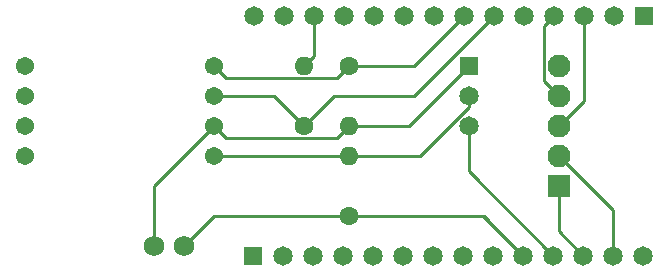
<source format=gtl>
G04 #@! TF.GenerationSoftware,KiCad,Pcbnew,(5.1.6)-1*
G04 #@! TF.CreationDate,2020-05-27T17:56:15-07:00*
G04 #@! TF.ProjectId,MKRShield_v1,4d4b5253-6869-4656-9c64-5f76312e6b69,0.1*
G04 #@! TF.SameCoordinates,Original*
G04 #@! TF.FileFunction,Copper,L1,Top*
G04 #@! TF.FilePolarity,Positive*
%FSLAX46Y46*%
G04 Gerber Fmt 4.6, Leading zero omitted, Abs format (unit mm)*
G04 Created by KiCad (PCBNEW (5.1.6)-1) date 2020-05-27 17:56:15*
%MOMM*%
%LPD*%
G01*
G04 APERTURE LIST*
G04 #@! TA.AperFunction,ComponentPad*
%ADD10O,1.600000X1.600000*%
G04 #@! TD*
G04 #@! TA.AperFunction,ComponentPad*
%ADD11C,1.600000*%
G04 #@! TD*
G04 #@! TA.AperFunction,ComponentPad*
%ADD12C,1.650000*%
G04 #@! TD*
G04 #@! TA.AperFunction,ComponentPad*
%ADD13R,1.650000X1.650000*%
G04 #@! TD*
G04 #@! TA.AperFunction,ComponentPad*
%ADD14C,1.755000*%
G04 #@! TD*
G04 #@! TA.AperFunction,ComponentPad*
%ADD15C,1.950000*%
G04 #@! TD*
G04 #@! TA.AperFunction,ComponentPad*
%ADD16R,1.950000X1.950000*%
G04 #@! TD*
G04 #@! TA.AperFunction,ComponentPad*
%ADD17C,1.541000*%
G04 #@! TD*
G04 #@! TA.AperFunction,Conductor*
%ADD18C,0.250000*%
G04 #@! TD*
G04 APERTURE END LIST*
D10*
X140970000Y-99060000D03*
D11*
X140970000Y-104140000D03*
D10*
X144780000Y-104140000D03*
D11*
X144780000Y-99060000D03*
D10*
X144780000Y-106680000D03*
D11*
X144780000Y-111760000D03*
D12*
X154940000Y-104140000D03*
X154940000Y-101600000D03*
D13*
X154940000Y-99060000D03*
D14*
X130810000Y-114300000D03*
X128270000Y-114300000D03*
D15*
X162560000Y-99060000D03*
X162560000Y-101600000D03*
X162560000Y-104140000D03*
X162560000Y-106680000D03*
D16*
X162560000Y-109220000D03*
D17*
X117350000Y-106680000D03*
X117350000Y-104140000D03*
X117350000Y-101600000D03*
X117350000Y-99060000D03*
X133350000Y-99060000D03*
X133350000Y-101600000D03*
X133350000Y-104140000D03*
X133350000Y-106680000D03*
D13*
X136690000Y-115150000D03*
D12*
X139230000Y-115150000D03*
X141770000Y-115150000D03*
X144310000Y-115150000D03*
X146850000Y-115150000D03*
X149390000Y-115150000D03*
X151930000Y-115150000D03*
X154470000Y-115150000D03*
X157010000Y-115150000D03*
X159550000Y-115150000D03*
X162090000Y-115150000D03*
X164630000Y-115150000D03*
X167170000Y-115150000D03*
X169710000Y-115150000D03*
X136740000Y-94850000D03*
X139280000Y-94850000D03*
X141820000Y-94850000D03*
X144360000Y-94850000D03*
X146900000Y-94850000D03*
X149440000Y-94850000D03*
X151980000Y-94850000D03*
X154520000Y-94850000D03*
X157060000Y-94850000D03*
X159600000Y-94850000D03*
X162140000Y-94850000D03*
X164680000Y-94850000D03*
X167220000Y-94850000D03*
D13*
X169760000Y-94850000D03*
D18*
X133350000Y-106680000D02*
X146050000Y-106680000D01*
X154940000Y-102546038D02*
X154940000Y-101600000D01*
X150806038Y-106680000D02*
X154940000Y-102546038D01*
X146050000Y-106680000D02*
X150806038Y-106680000D01*
X156160000Y-111760000D02*
X159550000Y-115150000D01*
X133350000Y-111760000D02*
X144780000Y-111760000D01*
X130810000Y-114300000D02*
X133350000Y-111760000D01*
X144780000Y-111760000D02*
X156210000Y-111760000D01*
X156210000Y-111810000D02*
X159550000Y-115150000D01*
X156210000Y-111760000D02*
X156210000Y-111810000D01*
X150310000Y-99060000D02*
X154520000Y-94850000D01*
X144780000Y-99060000D02*
X150310000Y-99060000D01*
X133727010Y-99437010D02*
X133350000Y-99437010D01*
X134402001Y-100112001D02*
X133727010Y-99437010D01*
X144780000Y-99060000D02*
X143727999Y-100112001D01*
X143727999Y-100112001D02*
X134402001Y-100112001D01*
X150310000Y-101600000D02*
X157060000Y-94850000D01*
X143510000Y-101600000D02*
X150310000Y-101600000D01*
X140970000Y-104140000D02*
X143510000Y-101600000D01*
X138430000Y-101600000D02*
X140970000Y-104140000D01*
X133350000Y-101600000D02*
X138430000Y-101600000D01*
X133350000Y-104140000D02*
X134402001Y-105192001D01*
X141820000Y-94830000D02*
X141820000Y-94850000D01*
X149860000Y-104140000D02*
X154940000Y-99060000D01*
X141820000Y-98210000D02*
X140970000Y-99060000D01*
X141820000Y-94850000D02*
X141820000Y-98210000D01*
X143727999Y-105192001D02*
X144780000Y-104140000D01*
X144780000Y-104140000D02*
X149860000Y-104140000D01*
X134402001Y-105192001D02*
X143727999Y-105192001D01*
X128270000Y-109220000D02*
X128270000Y-114300000D01*
X133350000Y-104140000D02*
X128270000Y-109220000D01*
X162560000Y-113080000D02*
X164630000Y-115150000D01*
X162560000Y-109220000D02*
X162560000Y-113080000D01*
X167170000Y-111290000D02*
X167170000Y-115150000D01*
X162560000Y-106680000D02*
X167170000Y-111290000D01*
X161315001Y-100355001D02*
X162560000Y-101600000D01*
X161315001Y-95674999D02*
X161315001Y-100355001D01*
X162140000Y-94850000D02*
X161315001Y-95674999D01*
X164680000Y-102020000D02*
X162560000Y-104140000D01*
X164680000Y-94850000D02*
X164680000Y-102020000D01*
X154940000Y-108000000D02*
X162090000Y-115150000D01*
X154940000Y-104140000D02*
X154940000Y-108000000D01*
M02*

</source>
